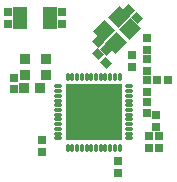
<source format=gts>
G04 Layer_Color=8388736*
%FSLAX24Y24*%
%MOIN*%
G70*
G01*
G75*
%ADD33R,0.0277X0.0296*%
%ADD34O,0.0316X0.0139*%
%ADD35O,0.0139X0.0316*%
%ADD36R,0.1910X0.1910*%
G04:AMPARAMS|DCode=37|XSize=53.2mil|YSize=49.3mil|CornerRadius=0mil|HoleSize=0mil|Usage=FLASHONLY|Rotation=225.000|XOffset=0mil|YOffset=0mil|HoleType=Round|Shape=Rectangle|*
%AMROTATEDRECTD37*
4,1,4,0.0014,0.0363,0.0363,0.0014,-0.0014,-0.0363,-0.0363,-0.0014,0.0014,0.0363,0.0*
%
%ADD37ROTATEDRECTD37*%

%ADD38R,0.0355X0.0375*%
%ADD39R,0.0257X0.0316*%
%ADD40R,0.0375X0.0355*%
%ADD41R,0.0257X0.0296*%
%ADD42R,0.0454X0.0769*%
G04:AMPARAMS|DCode=43|XSize=25.7mil|YSize=29.6mil|CornerRadius=0mil|HoleSize=0mil|Usage=FLASHONLY|Rotation=45.000|XOffset=0mil|YOffset=0mil|HoleType=Round|Shape=Rectangle|*
%AMROTATEDRECTD43*
4,1,4,0.0014,-0.0196,-0.0196,0.0014,-0.0014,0.0196,0.0196,-0.0014,0.0014,-0.0196,0.0*
%
%ADD43ROTATEDRECTD43*%

%ADD44R,0.0296X0.0257*%
D33*
X800Y-2027D02*
D03*
Y-1633D02*
D03*
D34*
X-1191Y866D02*
D03*
Y709D02*
D03*
Y551D02*
D03*
Y394D02*
D03*
Y236D02*
D03*
Y79D02*
D03*
Y-79D02*
D03*
Y-236D02*
D03*
Y-394D02*
D03*
Y-551D02*
D03*
Y-709D02*
D03*
Y-866D02*
D03*
X1191D02*
D03*
Y-709D02*
D03*
Y-551D02*
D03*
Y-394D02*
D03*
Y-236D02*
D03*
Y-79D02*
D03*
Y79D02*
D03*
Y236D02*
D03*
Y394D02*
D03*
Y551D02*
D03*
Y709D02*
D03*
Y866D02*
D03*
D35*
X-866Y-1191D02*
D03*
X-709D02*
D03*
X-551D02*
D03*
X-394D02*
D03*
X-236D02*
D03*
X-79D02*
D03*
X79D02*
D03*
X236D02*
D03*
X394D02*
D03*
X551D02*
D03*
X709D02*
D03*
X866D02*
D03*
Y1191D02*
D03*
X709D02*
D03*
X551D02*
D03*
X394D02*
D03*
X236D02*
D03*
X79D02*
D03*
X-79D02*
D03*
X-236D02*
D03*
X-394D02*
D03*
X-551D02*
D03*
X-709D02*
D03*
X-866D02*
D03*
D36*
X-0Y0D02*
D03*
D37*
X1221Y2782D02*
D03*
X832Y3171D02*
D03*
X748Y2308D02*
D03*
X358Y2698D02*
D03*
D38*
X-1774Y800D02*
D03*
X-2306D02*
D03*
D39*
X-2640Y1147D02*
D03*
Y773D02*
D03*
X1790Y347D02*
D03*
Y-27D02*
D03*
X2070Y-103D02*
D03*
Y-477D02*
D03*
X1790Y1767D02*
D03*
Y1393D02*
D03*
D40*
X-2300Y1244D02*
D03*
Y1776D02*
D03*
X-1590Y1244D02*
D03*
Y1776D02*
D03*
D41*
X-2850Y3337D02*
D03*
Y2943D02*
D03*
X2170Y-803D02*
D03*
Y-1197D02*
D03*
X1790Y673D02*
D03*
Y1067D02*
D03*
Y2093D02*
D03*
Y2487D02*
D03*
X1290Y1523D02*
D03*
Y1917D02*
D03*
X1840Y-803D02*
D03*
Y-1197D02*
D03*
X-1720Y-923D02*
D03*
Y-1317D02*
D03*
X-1050Y3337D02*
D03*
Y2943D02*
D03*
D42*
X-1458Y3140D02*
D03*
X-2442D02*
D03*
D43*
X1181Y3409D02*
D03*
X1459Y3131D02*
D03*
X409Y2081D02*
D03*
X131Y2359D02*
D03*
X429Y1661D02*
D03*
X151Y1939D02*
D03*
D44*
X2103Y1090D02*
D03*
X2497D02*
D03*
M02*

</source>
